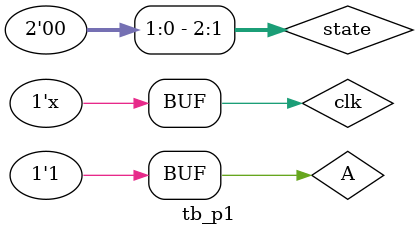
<source format=v>
module tb_p1();
    // Mode Declaration
    reg A,clk;  // Inputs
    wire Y;     // Outputs

    p1 UUT (Y,A,clk);   // Instantiate p1

    wire [2:0] state = UUT.state;

    // Test Sequence: 11101101001001101101
    initial begin
        clk = 1;

        A = 1'b1;  #30;
        A = 1'b0;  #10;
        A = 1'b1;  #20;
        A = 1'b0;  #10;
        A = 1'b1;  #10;
        A = 1'b0;  #20;
        A = 1'b1;  #10;
        A = 1'b0;  #20;
        A = 1'b1;  #20;
        A = 1'b0;  #10;
        A = 1'b1;  #20;
        A = 1'b0;  #10;
        A = 1'b1;  #10;
    end

    // 1 Clock Cycle = 10ns
    always #5 clk = ~clk;

    // Display all parameters
    initial begin
        $monitor("time=%g\tclk=%b A=%b state=%b Y=%b",$time,clk,A,state,Y);
    end
endmodule

</source>
